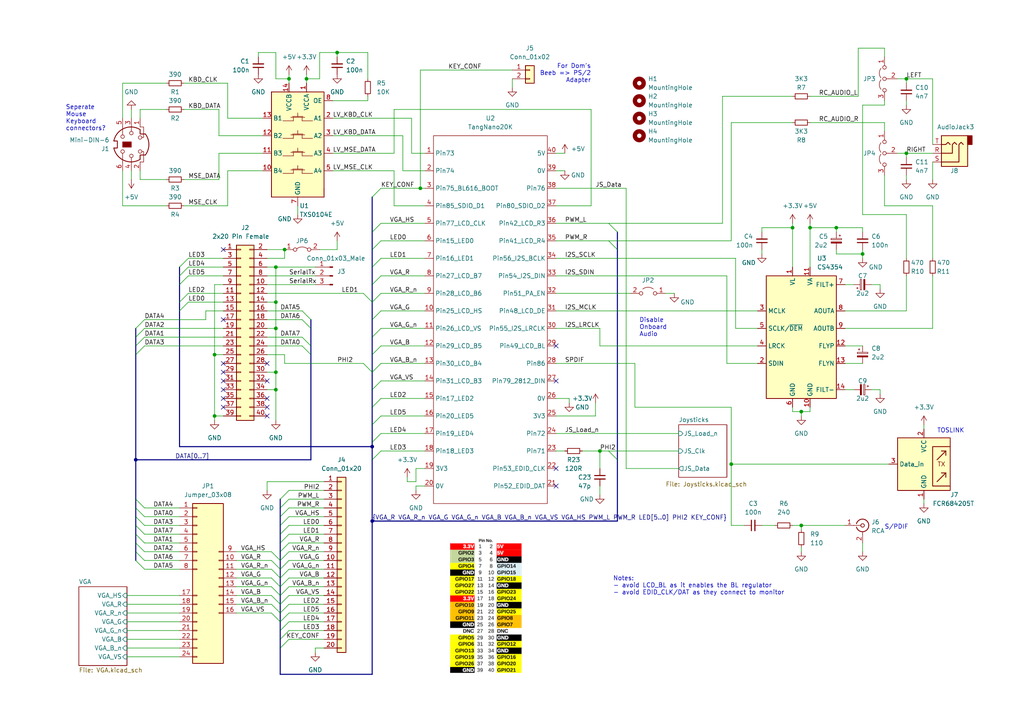
<source format=kicad_sch>
(kicad_sch (version 20211123) (generator eeschema)
  (paper "A4")
  (junction (at 80.01 87.63))
  (junction (at 80.01 77.47))
  (junction (at 62.23 102.87))
  (junction (at 39.37 133.35))
  (junction (at 232.41 152.4))
  (junction (at 88.9 22.86))
  (junction (at 229.87 66.04))
  (junction (at 83.82 22.86))
  (junction (at 62.23 120.65))
  (junction (at 212.09 134.62))
  (junction (at 82.55 72.39))
  (junction (at 80.01 107.95))
  (junction (at 242.57 66.04))
  (junction (at 121.92 54.61))
  (junction (at 80.01 95.25))
  (junction (at 232.41 119.38))
  (junction (at 262.89 22.86))
  (junction (at 250.19 73.66))
  (junction (at 173.99 130.81))
  (junction (at 107.95 151.13))
  (junction (at 262.89 44.45))
  (junction (at 234.95 66.04))
  (junction (at 80.01 113.03))
  (junction (at 97.79 15.24))
  (junction (at 107.95 129.54))
  (no_connect (at 64.77 115.57))
  (no_connect (at 77.47 105.41))
  (no_connect (at 161.29 140.97))
  (no_connect (at 77.47 118.11))
  (no_connect (at 77.47 120.65))
  (no_connect (at 64.77 118.11))
  (no_connect (at 64.77 110.49))
  (no_connect (at 64.77 107.95))
  (no_connect (at 64.77 72.39))
  (no_connect (at 161.29 110.49))
  (no_connect (at 161.29 135.89))
  (no_connect (at 161.29 100.33))
  (no_connect (at 77.47 110.49))
  (no_connect (at 64.77 92.71))
  (no_connect (at 64.77 113.03))
  (no_connect (at 77.47 115.57))
  (no_connect (at 64.77 105.41))
  (bus_entry (at 41.91 97.79) (size -2.54 2.54))
  (bus_entry (at 83.82 170.18) (size -2.54 2.54))
  (bus_entry (at 41.91 147.32) (size -2.54 -2.54))
  (bus_entry (at 83.82 157.48) (size -2.54 2.54))
  (bus_entry (at 41.91 92.71) (size -2.54 2.54))
  (bus_entry (at 176.53 69.85) (size 2.54 2.54))
  (bus_entry (at 110.49 85.09) (size -2.54 2.54))
  (bus_entry (at 110.49 64.77) (size -2.54 2.54))
  (bus_entry (at 78.74 177.8) (size 2.54 2.54))
  (bus_entry (at 78.74 170.18) (size 2.54 2.54))
  (bus_entry (at 83.82 172.72) (size -2.54 2.54))
  (bus_entry (at 176.53 64.77) (size 2.54 2.54))
  (bus_entry (at 110.49 125.73) (size -2.54 2.54))
  (bus_entry (at 83.82 160.02) (size -2.54 2.54))
  (bus_entry (at 41.91 152.4) (size -2.54 -2.54))
  (bus_entry (at 41.91 95.25) (size -2.54 2.54))
  (bus_entry (at 87.63 97.79) (size 2.54 2.54))
  (bus_entry (at 110.49 130.81) (size -2.54 2.54))
  (bus_entry (at 83.82 180.34) (size -2.54 2.54))
  (bus_entry (at 83.82 149.86) (size -2.54 2.54))
  (bus_entry (at 87.63 100.33) (size 2.54 2.54))
  (bus_entry (at 110.49 74.93) (size -2.54 2.54))
  (bus_entry (at 83.82 142.24) (size -2.54 2.54))
  (bus_entry (at 78.74 162.56) (size 2.54 2.54))
  (bus_entry (at 54.61 74.93) (size -2.54 2.54))
  (bus_entry (at 41.91 100.33) (size -2.54 2.54))
  (bus_entry (at 41.91 149.86) (size -2.54 -2.54))
  (bus_entry (at 78.74 175.26) (size 2.54 2.54))
  (bus_entry (at 83.82 167.64) (size -2.54 2.54))
  (bus_entry (at 41.91 162.56) (size -2.54 -2.54))
  (bus_entry (at 83.82 185.42) (size -2.54 2.54))
  (bus_entry (at 41.91 154.94) (size -2.54 -2.54))
  (bus_entry (at 110.49 80.01) (size -2.54 2.54))
  (bus_entry (at 78.74 167.64) (size 2.54 2.54))
  (bus_entry (at 110.49 105.41) (size -2.54 2.54))
  (bus_entry (at 110.49 110.49) (size -2.54 2.54))
  (bus_entry (at 83.82 182.88) (size -2.54 2.54))
  (bus_entry (at 87.63 90.17) (size 2.54 2.54))
  (bus_entry (at 176.53 130.81) (size 2.54 2.54))
  (bus_entry (at 83.82 144.78) (size -2.54 2.54))
  (bus_entry (at 41.91 165.1) (size -2.54 -2.54))
  (bus_entry (at 41.91 157.48) (size -2.54 -2.54))
  (bus_entry (at 105.41 105.41) (size 2.54 2.54))
  (bus_entry (at 83.82 152.4) (size -2.54 2.54))
  (bus_entry (at 54.61 77.47) (size -2.54 2.54))
  (bus_entry (at 83.82 165.1) (size -2.54 2.54))
  (bus_entry (at 83.82 162.56) (size -2.54 2.54))
  (bus_entry (at 54.61 87.63) (size -2.54 2.54))
  (bus_entry (at 87.63 92.71) (size 2.54 2.54))
  (bus_entry (at 110.49 54.61) (size -2.54 2.54))
  (bus_entry (at 54.61 85.09) (size -2.54 2.54))
  (bus_entry (at 78.74 160.02) (size 2.54 2.54))
  (bus_entry (at 83.82 177.8) (size -2.54 2.54))
  (bus_entry (at 54.61 80.01) (size -2.54 2.54))
  (bus_entry (at 83.82 154.94) (size -2.54 2.54))
  (bus_entry (at 110.49 90.17) (size -2.54 2.54))
  (bus_entry (at 110.49 95.25) (size -2.54 2.54))
  (bus_entry (at 83.82 175.26) (size -2.54 2.54))
  (bus_entry (at 83.82 147.32) (size -2.54 2.54))
  (bus_entry (at 78.74 165.1) (size 2.54 2.54))
  (bus_entry (at 105.41 85.09) (size 2.54 2.54))
  (bus_entry (at 78.74 172.72) (size 2.54 2.54))
  (bus_entry (at 110.49 100.33) (size -2.54 2.54))
  (bus_entry (at 110.49 115.57) (size -2.54 2.54))
  (bus_entry (at 110.49 120.65) (size -2.54 2.54))
  (bus_entry (at 110.49 69.85) (size -2.54 2.54))
  (bus_entry (at 41.91 160.02) (size -2.54 -2.54))
  (wire (pts (xy 41.91 97.79) (xy 64.77 97.79)))
  (wire (pts (xy 255.27 82.55) (xy 255.27 83.82)))
  (wire (pts (xy 97.79 15.24) (xy 106.68 15.24)))
  (wire (pts (xy 64.77 80.01) (xy 54.61 80.01)))
  (wire (pts (xy 256.54 30.48) (xy 256.54 29.21)))
  (wire (pts (xy 234.95 35.56) (xy 256.54 35.56)))
  (wire (pts (xy 219.71 100.33) (xy 173.99 100.33)))
  (wire (pts (xy 91.44 187.96) (xy 93.98 187.96)))
  (wire (pts (xy 36.83 180.34) (xy 52.07 180.34)))
  (wire (pts (xy 35.56 59.69) (xy 35.56 49.53)))
  (wire (pts (xy 181.61 54.61) (xy 181.61 135.89)))
  (wire (pts (xy 245.11 82.55) (xy 247.65 82.55)))
  (wire (pts (xy 68.58 167.64) (xy 78.74 167.64)))
  (wire (pts (xy 41.91 152.4) (xy 52.07 152.4)))
  (wire (pts (xy 41.91 162.56) (xy 52.07 162.56)))
  (wire (pts (xy 110.49 80.01) (xy 123.19 80.01)))
  (wire (pts (xy 213.36 95.25) (xy 219.71 95.25)))
  (wire (pts (xy 232.41 152.4) (xy 232.41 153.67)))
  (wire (pts (xy 66.04 34.29) (xy 76.2 34.29)))
  (wire (pts (xy 74.93 15.24) (xy 80.01 15.24)))
  (wire (pts (xy 161.29 54.61) (xy 181.61 54.61)))
  (wire (pts (xy 92.71 72.39) (xy 97.79 72.39)))
  (wire (pts (xy 234.95 66.04) (xy 234.95 77.47)))
  (wire (pts (xy 77.47 100.33) (xy 87.63 100.33)))
  (bus (pts (xy 81.28 175.26) (xy 81.28 177.8)))
  (bus (pts (xy 107.95 123.19) (xy 107.95 128.27)))
  (wire (pts (xy 35.56 24.13) (xy 48.26 24.13)))
  (wire (pts (xy 63.5 44.45) (xy 76.2 44.45)))
  (wire (pts (xy 64.77 82.55) (xy 62.23 82.55)))
  (wire (pts (xy 93.98 182.88) (xy 83.82 182.88)))
  (wire (pts (xy 110.49 69.85) (xy 123.19 69.85)))
  (wire (pts (xy 250.19 62.23) (xy 262.89 62.23)))
  (bus (pts (xy 81.28 195.58) (xy 107.95 195.58)))
  (bus (pts (xy 107.95 151.13) (xy 179.07 151.13)))
  (wire (pts (xy 256.54 16.51) (xy 256.54 13.97)))
  (wire (pts (xy 110.49 54.61) (xy 121.92 54.61)))
  (wire (pts (xy 212.09 35.56) (xy 229.87 35.56)))
  (bus (pts (xy 39.37 133.35) (xy 39.37 144.78)))
  (wire (pts (xy 121.92 20.32) (xy 148.59 20.32)))
  (wire (pts (xy 161.29 130.81) (xy 163.83 130.81)))
  (wire (pts (xy 267.97 144.78) (xy 267.97 146.05)))
  (wire (pts (xy 40.64 31.75) (xy 40.64 34.29)))
  (wire (pts (xy 148.59 22.86) (xy 148.59 25.4)))
  (bus (pts (xy 52.07 90.17) (xy 52.07 129.54)))
  (wire (pts (xy 93.98 177.8) (xy 83.82 177.8)))
  (wire (pts (xy 212.09 134.62) (xy 257.81 134.62)))
  (wire (pts (xy 40.64 31.75) (xy 48.26 31.75)))
  (wire (pts (xy 110.49 125.73) (xy 123.19 125.73)))
  (wire (pts (xy 41.91 147.32) (xy 52.07 147.32)))
  (wire (pts (xy 77.47 139.7) (xy 93.98 139.7)))
  (wire (pts (xy 161.29 49.53) (xy 163.83 49.53)))
  (wire (pts (xy 256.54 59.69) (xy 256.54 50.8)))
  (wire (pts (xy 93.98 185.42) (xy 83.82 185.42)))
  (wire (pts (xy 53.34 59.69) (xy 66.04 59.69)))
  (wire (pts (xy 245.11 100.33) (xy 250.19 100.33)))
  (bus (pts (xy 90.17 95.25) (xy 90.17 100.33)))
  (bus (pts (xy 107.95 67.31) (xy 107.95 72.39)))
  (wire (pts (xy 96.52 44.45) (xy 114.3 44.45)))
  (wire (pts (xy 96.52 29.21) (xy 106.68 29.21)))
  (wire (pts (xy 255.27 113.03) (xy 252.73 113.03)))
  (wire (pts (xy 260.35 22.86) (xy 262.89 22.86)))
  (wire (pts (xy 36.83 182.88) (xy 52.07 182.88)))
  (wire (pts (xy 220.98 66.04) (xy 220.98 67.31)))
  (wire (pts (xy 110.49 64.77) (xy 123.19 64.77)))
  (bus (pts (xy 39.37 157.48) (xy 39.37 160.02)))
  (wire (pts (xy 110.49 130.81) (xy 123.19 130.81)))
  (wire (pts (xy 93.98 160.02) (xy 83.82 160.02)))
  (wire (pts (xy 93.98 144.78) (xy 83.82 144.78)))
  (wire (pts (xy 83.82 21.59) (xy 83.82 22.86)))
  (wire (pts (xy 220.98 72.39) (xy 220.98 73.66)))
  (wire (pts (xy 88.9 21.59) (xy 88.9 22.86)))
  (wire (pts (xy 93.98 170.18) (xy 83.82 170.18)))
  (bus (pts (xy 81.28 144.78) (xy 81.28 147.32)))
  (wire (pts (xy 41.91 100.33) (xy 64.77 100.33)))
  (wire (pts (xy 36.83 185.42) (xy 52.07 185.42)))
  (wire (pts (xy 93.98 172.72) (xy 83.82 172.72)))
  (wire (pts (xy 176.53 64.77) (xy 209.55 64.77)))
  (wire (pts (xy 212.09 118.11) (xy 212.09 134.62)))
  (bus (pts (xy 107.95 77.47) (xy 107.95 82.55)))
  (wire (pts (xy 270.51 80.01) (xy 270.51 95.25)))
  (wire (pts (xy 93.98 152.4) (xy 83.82 152.4)))
  (bus (pts (xy 39.37 160.02) (xy 39.37 162.56)))
  (bus (pts (xy 90.17 92.71) (xy 90.17 95.25)))
  (bus (pts (xy 107.95 128.27) (xy 107.95 129.54)))
  (wire (pts (xy 245.11 95.25) (xy 270.51 95.25)))
  (wire (pts (xy 181.61 135.89) (xy 196.85 135.89)))
  (wire (pts (xy 171.45 59.69) (xy 161.29 59.69)))
  (wire (pts (xy 64.77 87.63) (xy 54.61 87.63)))
  (wire (pts (xy 165.1 115.57) (xy 165.1 116.84)))
  (wire (pts (xy 161.29 105.41) (xy 184.15 105.41)))
  (wire (pts (xy 77.47 77.47) (xy 80.01 77.47)))
  (wire (pts (xy 97.79 15.24) (xy 97.79 16.51)))
  (wire (pts (xy 209.55 64.77) (xy 209.55 27.94)))
  (bus (pts (xy 81.28 147.32) (xy 81.28 149.86)))
  (wire (pts (xy 91.44 189.23) (xy 91.44 187.96)))
  (wire (pts (xy 255.27 113.03) (xy 255.27 114.3)))
  (wire (pts (xy 262.89 62.23) (xy 262.89 74.93)))
  (wire (pts (xy 114.3 49.53) (xy 114.3 59.69)))
  (wire (pts (xy 118.11 139.7) (xy 120.65 139.7)))
  (wire (pts (xy 88.9 22.86) (xy 88.9 24.13)))
  (wire (pts (xy 66.04 49.53) (xy 66.04 59.69)))
  (wire (pts (xy 80.01 87.63) (xy 80.01 95.25)))
  (wire (pts (xy 41.91 154.94) (xy 52.07 154.94)))
  (bus (pts (xy 107.95 102.87) (xy 107.95 107.95)))
  (wire (pts (xy 63.5 44.45) (xy 63.5 52.07)))
  (bus (pts (xy 179.07 133.35) (xy 179.07 151.13)))
  (bus (pts (xy 81.28 157.48) (xy 81.28 160.02)))
  (wire (pts (xy 40.64 49.53) (xy 40.64 52.07)))
  (wire (pts (xy 96.52 49.53) (xy 114.3 49.53)))
  (wire (pts (xy 86.36 59.69) (xy 86.36 62.23)))
  (wire (pts (xy 232.41 119.38) (xy 234.95 119.38)))
  (wire (pts (xy 250.19 157.48) (xy 250.19 160.02)))
  (bus (pts (xy 39.37 144.78) (xy 39.37 147.32)))
  (bus (pts (xy 52.07 129.54) (xy 107.95 129.54)))
  (bus (pts (xy 107.95 129.54) (xy 107.95 133.35)))
  (wire (pts (xy 120.65 135.89) (xy 123.19 135.89)))
  (wire (pts (xy 110.49 115.57) (xy 123.19 115.57)))
  (wire (pts (xy 121.92 54.61) (xy 121.92 20.32)))
  (bus (pts (xy 81.28 180.34) (xy 81.28 182.88)))
  (wire (pts (xy 213.36 74.93) (xy 213.36 95.25)))
  (wire (pts (xy 110.49 74.93) (xy 123.19 74.93)))
  (wire (pts (xy 267.97 123.19) (xy 267.97 124.46)))
  (wire (pts (xy 62.23 102.87) (xy 62.23 120.65)))
  (wire (pts (xy 80.01 22.86) (xy 83.82 22.86)))
  (wire (pts (xy 106.68 29.21) (xy 106.68 27.94)))
  (bus (pts (xy 39.37 97.79) (xy 39.37 100.33)))
  (bus (pts (xy 107.95 107.95) (xy 107.95 113.03)))
  (wire (pts (xy 114.3 31.75) (xy 171.45 31.75)))
  (wire (pts (xy 262.89 22.86) (xy 262.89 24.13)))
  (wire (pts (xy 176.53 130.81) (xy 196.85 130.81)))
  (bus (pts (xy 107.95 87.63) (xy 107.95 92.71)))
  (wire (pts (xy 59.69 90.17) (xy 59.69 92.71)))
  (wire (pts (xy 161.29 85.09) (xy 182.88 85.09)))
  (bus (pts (xy 81.28 172.72) (xy 81.28 175.26)))
  (wire (pts (xy 120.65 140.97) (xy 123.19 140.97)))
  (wire (pts (xy 110.49 85.09) (xy 123.19 85.09)))
  (wire (pts (xy 118.11 139.7) (xy 118.11 138.43)))
  (wire (pts (xy 38.1 34.29) (xy 38.1 31.75)))
  (wire (pts (xy 62.23 120.65) (xy 64.77 120.65)))
  (wire (pts (xy 212.09 69.85) (xy 212.09 35.56)))
  (bus (pts (xy 107.95 92.71) (xy 107.95 97.79)))
  (wire (pts (xy 168.91 130.81) (xy 173.99 130.81)))
  (wire (pts (xy 64.77 85.09) (xy 54.61 85.09)))
  (bus (pts (xy 107.95 151.13) (xy 107.95 195.58)))
  (wire (pts (xy 245.11 113.03) (xy 247.65 113.03)))
  (wire (pts (xy 248.92 27.94) (xy 248.92 13.97)))
  (wire (pts (xy 110.49 95.25) (xy 123.19 95.25)))
  (wire (pts (xy 40.64 52.07) (xy 48.26 52.07)))
  (wire (pts (xy 173.99 100.33) (xy 173.99 95.25)))
  (wire (pts (xy 193.04 85.09) (xy 195.58 85.09)))
  (bus (pts (xy 39.37 102.87) (xy 39.37 133.35)))
  (bus (pts (xy 39.37 100.33) (xy 39.37 102.87)))
  (wire (pts (xy 171.45 31.75) (xy 171.45 59.69)))
  (wire (pts (xy 93.98 165.1) (xy 83.82 165.1)))
  (wire (pts (xy 114.3 31.75) (xy 114.3 44.45)))
  (wire (pts (xy 173.99 140.97) (xy 173.99 143.51)))
  (wire (pts (xy 250.19 67.31) (xy 250.19 66.04)))
  (wire (pts (xy 41.91 160.02) (xy 52.07 160.02)))
  (wire (pts (xy 41.91 165.1) (xy 52.07 165.1)))
  (wire (pts (xy 234.95 119.38) (xy 234.95 118.11)))
  (wire (pts (xy 116.84 49.53) (xy 123.19 49.53)))
  (wire (pts (xy 82.55 105.41) (xy 105.41 105.41)))
  (wire (pts (xy 93.98 167.64) (xy 83.82 167.64)))
  (wire (pts (xy 88.9 22.86) (xy 92.71 22.86)))
  (wire (pts (xy 229.87 64.77) (xy 229.87 66.04)))
  (wire (pts (xy 176.53 69.85) (xy 212.09 69.85)))
  (wire (pts (xy 80.01 107.95) (xy 80.01 113.03)))
  (wire (pts (xy 93.98 147.32) (xy 83.82 147.32)))
  (bus (pts (xy 52.07 80.01) (xy 52.07 82.55)))
  (wire (pts (xy 120.65 140.97) (xy 120.65 142.24)))
  (wire (pts (xy 161.29 95.25) (xy 173.99 95.25)))
  (wire (pts (xy 74.93 16.51) (xy 74.93 15.24)))
  (wire (pts (xy 123.19 54.61) (xy 121.92 54.61)))
  (wire (pts (xy 173.99 135.89) (xy 173.99 130.81)))
  (wire (pts (xy 212.09 152.4) (xy 215.9 152.4)))
  (wire (pts (xy 161.29 69.85) (xy 176.53 69.85)))
  (wire (pts (xy 262.89 44.45) (xy 260.35 44.45)))
  (bus (pts (xy 81.28 165.1) (xy 81.28 167.64)))
  (wire (pts (xy 184.15 118.11) (xy 212.09 118.11)))
  (wire (pts (xy 232.41 158.75) (xy 232.41 160.02)))
  (wire (pts (xy 93.98 149.86) (xy 83.82 149.86)))
  (wire (pts (xy 63.5 31.75) (xy 63.5 39.37)))
  (bus (pts (xy 81.28 182.88) (xy 81.28 185.42)))
  (wire (pts (xy 41.91 95.25) (xy 64.77 95.25)))
  (wire (pts (xy 184.15 105.41) (xy 184.15 118.11)))
  (bus (pts (xy 107.95 133.35) (xy 107.95 151.13)))
  (wire (pts (xy 250.19 30.48) (xy 250.19 62.23)))
  (wire (pts (xy 64.77 77.47) (xy 54.61 77.47)))
  (bus (pts (xy 107.95 82.55) (xy 107.95 87.63)))
  (wire (pts (xy 110.49 120.65) (xy 123.19 120.65)))
  (wire (pts (xy 80.01 113.03) (xy 77.47 113.03)))
  (bus (pts (xy 81.28 149.86) (xy 81.28 152.4)))
  (wire (pts (xy 212.09 134.62) (xy 212.09 152.4)))
  (wire (pts (xy 77.47 90.17) (xy 87.63 90.17)))
  (wire (pts (xy 210.82 80.01) (xy 210.82 105.41)))
  (wire (pts (xy 35.56 59.69) (xy 48.26 59.69)))
  (wire (pts (xy 77.47 74.93) (xy 82.55 74.93)))
  (wire (pts (xy 110.49 90.17) (xy 123.19 90.17)))
  (wire (pts (xy 77.47 85.09) (xy 105.41 85.09)))
  (wire (pts (xy 77.47 139.7) (xy 77.47 142.24)))
  (bus (pts (xy 107.95 72.39) (xy 107.95 77.47)))
  (bus (pts (xy 81.28 160.02) (xy 81.28 162.56)))
  (wire (pts (xy 77.47 97.79) (xy 87.63 97.79)))
  (bus (pts (xy 81.28 170.18) (xy 81.28 172.72)))
  (wire (pts (xy 53.34 52.07) (xy 63.5 52.07)))
  (wire (pts (xy 93.98 180.34) (xy 83.82 180.34)))
  (wire (pts (xy 66.04 24.13) (xy 66.04 34.29)))
  (wire (pts (xy 250.19 73.66) (xy 250.19 74.93)))
  (wire (pts (xy 161.29 74.93) (xy 213.36 74.93)))
  (wire (pts (xy 106.68 15.24) (xy 106.68 22.86)))
  (wire (pts (xy 161.29 120.65) (xy 172.72 120.65)))
  (wire (pts (xy 250.19 72.39) (xy 250.19 73.66)))
  (wire (pts (xy 62.23 120.65) (xy 62.23 121.92)))
  (wire (pts (xy 234.95 64.77) (xy 234.95 66.04)))
  (wire (pts (xy 245.11 105.41) (xy 250.19 105.41)))
  (bus (pts (xy 81.28 152.4) (xy 81.28 154.94)))
  (bus (pts (xy 39.37 152.4) (xy 39.37 154.94)))
  (wire (pts (xy 229.87 119.38) (xy 232.41 119.38)))
  (wire (pts (xy 35.56 34.29) (xy 35.56 24.13)))
  (wire (pts (xy 77.47 107.95) (xy 80.01 107.95)))
  (bus (pts (xy 52.07 77.47) (xy 52.07 80.01)))
  (wire (pts (xy 234.95 27.94) (xy 248.92 27.94)))
  (wire (pts (xy 68.58 177.8) (xy 78.74 177.8)))
  (wire (pts (xy 232.41 119.38) (xy 232.41 120.65)))
  (wire (pts (xy 248.92 13.97) (xy 256.54 13.97)))
  (wire (pts (xy 36.83 175.26) (xy 52.07 175.26)))
  (wire (pts (xy 116.84 39.37) (xy 116.84 49.53)))
  (bus (pts (xy 52.07 87.63) (xy 52.07 90.17)))
  (wire (pts (xy 93.98 157.48) (xy 83.82 157.48)))
  (wire (pts (xy 82.55 102.87) (xy 82.55 105.41)))
  (wire (pts (xy 77.47 102.87) (xy 82.55 102.87)))
  (wire (pts (xy 36.83 172.72) (xy 52.07 172.72)))
  (wire (pts (xy 41.91 157.48) (xy 52.07 157.48)))
  (wire (pts (xy 173.99 130.81) (xy 176.53 130.81)))
  (bus (pts (xy 107.95 118.11) (xy 107.95 123.19)))
  (bus (pts (xy 39.37 149.86) (xy 39.37 152.4)))
  (wire (pts (xy 119.38 34.29) (xy 96.52 34.29)))
  (bus (pts (xy 81.28 167.64) (xy 81.28 170.18)))
  (bus (pts (xy 81.28 185.42) (xy 81.28 187.96)))
  (wire (pts (xy 64.77 90.17) (xy 59.69 90.17)))
  (wire (pts (xy 80.01 15.24) (xy 80.01 22.86)))
  (wire (pts (xy 77.47 87.63) (xy 80.01 87.63)))
  (wire (pts (xy 210.82 105.41) (xy 219.71 105.41)))
  (bus (pts (xy 179.07 72.39) (xy 179.07 133.35)))
  (wire (pts (xy 77.47 92.71) (xy 87.63 92.71)))
  (wire (pts (xy 161.29 44.45) (xy 163.83 44.45)))
  (wire (pts (xy 234.95 66.04) (xy 242.57 66.04)))
  (bus (pts (xy 81.28 162.56) (xy 81.28 165.1)))
  (wire (pts (xy 53.34 24.13) (xy 66.04 24.13)))
  (wire (pts (xy 120.65 139.7) (xy 120.65 135.89)))
  (wire (pts (xy 242.57 66.04) (xy 242.57 67.31)))
  (wire (pts (xy 229.87 118.11) (xy 229.87 119.38)))
  (wire (pts (xy 77.47 95.25) (xy 80.01 95.25)))
  (wire (pts (xy 242.57 72.39) (xy 242.57 73.66)))
  (wire (pts (xy 256.54 38.1) (xy 256.54 35.56)))
  (wire (pts (xy 36.83 177.8) (xy 52.07 177.8)))
  (wire (pts (xy 83.82 22.86) (xy 83.82 24.13)))
  (bus (pts (xy 179.07 67.31) (xy 179.07 72.39)))
  (wire (pts (xy 270.51 41.91) (xy 270.51 22.86)))
  (wire (pts (xy 270.51 46.99) (xy 270.51 52.07)))
  (wire (pts (xy 232.41 152.4) (xy 245.11 152.4)))
  (wire (pts (xy 110.49 110.49) (xy 123.19 110.49)))
  (wire (pts (xy 66.04 49.53) (xy 76.2 49.53)))
  (bus (pts (xy 107.95 97.79) (xy 107.95 102.87)))
  (wire (pts (xy 110.49 105.41) (xy 123.19 105.41)))
  (bus (pts (xy 90.17 100.33) (xy 90.17 102.87)))
  (wire (pts (xy 93.98 154.94) (xy 83.82 154.94)))
  (wire (pts (xy 68.58 162.56) (xy 78.74 162.56)))
  (wire (pts (xy 63.5 39.37) (xy 76.2 39.37)))
  (wire (pts (xy 64.77 74.93) (xy 54.61 74.93)))
  (wire (pts (xy 110.49 100.33) (xy 123.19 100.33)))
  (wire (pts (xy 41.91 92.71) (xy 59.69 92.71)))
  (wire (pts (xy 93.98 142.24) (xy 83.82 142.24)))
  (wire (pts (xy 161.29 64.77) (xy 176.53 64.77)))
  (wire (pts (xy 77.47 82.55) (xy 91.44 82.55)))
  (wire (pts (xy 68.58 160.02) (xy 78.74 160.02)))
  (wire (pts (xy 68.58 170.18) (xy 78.74 170.18)))
  (wire (pts (xy 38.1 52.07) (xy 38.1 49.53)))
  (wire (pts (xy 220.98 152.4) (xy 224.79 152.4)))
  (wire (pts (xy 229.87 152.4) (xy 232.41 152.4)))
  (wire (pts (xy 92.71 15.24) (xy 97.79 15.24)))
  (bus (pts (xy 81.28 154.94) (xy 81.28 157.48)))
  (wire (pts (xy 119.38 34.29) (xy 119.38 44.45)))
  (wire (pts (xy 80.01 113.03) (xy 80.01 121.92)))
  (wire (pts (xy 262.89 80.01) (xy 262.89 90.17)))
  (bus (pts (xy 107.95 113.03) (xy 107.95 118.11)))
  (wire (pts (xy 36.83 187.96) (xy 52.07 187.96)))
  (wire (pts (xy 97.79 72.39) (xy 97.79 69.85)))
  (wire (pts (xy 92.71 22.86) (xy 92.71 15.24)))
  (wire (pts (xy 53.34 31.75) (xy 63.5 31.75)))
  (wire (pts (xy 172.72 116.84) (xy 172.72 120.65)))
  (wire (pts (xy 62.23 102.87) (xy 64.77 102.87)))
  (wire (pts (xy 229.87 66.04) (xy 220.98 66.04)))
  (wire (pts (xy 270.51 59.69) (xy 256.54 59.69)))
  (wire (pts (xy 36.83 190.5) (xy 52.07 190.5)))
  (wire (pts (xy 209.55 27.94) (xy 229.87 27.94)))
  (wire (pts (xy 114.3 59.69) (xy 123.19 59.69)))
  (bus (pts (xy 39.37 147.32) (xy 39.37 149.86)))
  (bus (pts (xy 81.28 177.8) (xy 81.28 180.34)))
  (wire (pts (xy 262.89 44.45) (xy 270.51 44.45)))
  (bus (pts (xy 81.28 187.96) (xy 81.28 195.58)))
  (wire (pts (xy 62.23 82.55) (xy 62.23 102.87)))
  (wire (pts (xy 161.29 115.57) (xy 165.1 115.57)))
  (bus (pts (xy 39.37 95.25) (xy 39.37 97.79)))
  (wire (pts (xy 77.47 72.39) (xy 82.55 72.39)))
  (wire (pts (xy 262.89 22.86) (xy 270.51 22.86)))
  (wire (pts (xy 93.98 175.26) (xy 83.82 175.26)))
  (wire (pts (xy 229.87 66.04) (xy 229.87 77.47)))
  (wire (pts (xy 270.51 74.93) (xy 270.51 59.69)))
  (wire (pts (xy 262.89 44.45) (xy 262.89 45.72)))
  (wire (pts (xy 68.58 165.1) (xy 78.74 165.1)))
  (wire (pts (xy 82.55 72.39) (xy 82.55 74.93)))
  (wire (pts (xy 250.19 66.04) (xy 242.57 66.04)))
  (bus (pts (xy 39.37 154.94) (xy 39.37 157.48)))
  (wire (pts (xy 245.11 90.17) (xy 262.89 90.17)))
  (bus (pts (xy 90.17 102.87) (xy 90.17 133.35)))
  (wire (pts (xy 161.29 125.73) (xy 196.85 125.73)))
  (wire (pts (xy 80.01 95.25) (xy 80.01 107.95)))
  (wire (pts (xy 93.98 162.56) (xy 83.82 162.56)))
  (bus (pts (xy 52.07 82.55) (xy 52.07 87.63)))
  (wire (pts (xy 80.01 77.47) (xy 80.01 87.63)))
  (wire (pts (xy 262.89 50.8) (xy 262.89 52.07)))
  (wire (pts (xy 262.89 29.21) (xy 262.89 30.48)))
  (wire (pts (xy 41.91 149.86) (xy 52.07 149.86)))
  (wire (pts (xy 80.01 77.47) (xy 91.44 77.47)))
  (wire (pts (xy 252.73 82.55) (xy 255.27 82.55)))
  (bus (pts (xy 107.95 57.15) (xy 107.95 67.31)))
  (wire (pts (xy 68.58 175.26) (xy 78.74 175.26)))
  (wire (pts (xy 161.29 90.17) (xy 219.71 90.17)))
  (wire (pts (xy 242.57 73.66) (xy 250.19 73.66)))
  (wire (pts (xy 250.19 30.48) (xy 256.54 30.48)))
  (wire (pts (xy 96.52 39.37) (xy 116.84 39.37)))
  (wire (pts (xy 77.47 80.01) (xy 91.44 80.01)))
  (wire (pts (xy 119.38 44.45) (xy 123.19 44.45)))
  (bus (pts (xy 90.17 133.35) (xy 39.37 133.35)))
  (wire (pts (xy 68.58 172.72) (xy 78.74 172.72)))
  (wire (pts (xy 161.29 80.01) (xy 210.82 80.01)))
  (image (at 140.97 175.26))
  (text "Seperate\nMouse\nKeyboard\nconnectors?" (at 19.05 38.1 0) (effects (font (size 1.27 1.27)) (justify left bottom)))
  (text "TOSLINK" (at 271.78 125.73 0) (effects (font (size 1.27 1.27)) (justify left bottom)))
  (text "S/PDIF" (at 256.54 153.67 0) (effects (font (size 1.27 1.27)) (justify left bottom)))
  (text "Notes:\n- avoid LCD_BL as it enables the BL regulator\n- avoid EDID_CLK/DAT as they connect to monitor" (at 177.8 172.72 0) (effects (font (size 1.27 1.27)) (justify left bottom)))
  (text "For Dom's\nBeeb => PS/2\nAdapter" (at 171.45 24.13 180) (effects (font (size 1.27 1.27)) (justify right bottom)))
  (text "Disable\nOnboard\nAudio\n" (at 185.42 97.79 0) (effects (font (size 1.27 1.27)) (justify left bottom)))
  (label "KBD_CLK" (at 54.61 24.13 0))
  (label "KBD_DATA" (at 54.61 31.75 0))
  (label "LED5" (at 113.03 120.65 0))
  (label "LV_MSE_CLK" (at 96.52 49.53 0))
  (label "LED4" (at 54.61 77.47 0))
  (label "VGA_HS" (at 113.03 64.77 0))
  (label "PWM_R" (at 92.71 147.32 180))
  (label "DATA4" (at 41.91 92.71 0))
  (label "LED3" (at 92.71 182.88 180))
  (label "{VGA_R VGA_R_n VGA_G VGA_G_n VGA_B VGA_B_n VGA_VS VGA_HS PWM_L PWM_R LED[5..0] PHI2 KEY_CONF}" (at 107.95 151.13 0))
  (label "VGA_B_n" (at 113.03 105.41 0))
  (label "VGA_R" (at 69.85 162.56 0))
  (label "PWM_L" (at 163.83 64.77 0))
  (label "DATA6" (at 81.28 92.71 0))
  (label "VGA_G" (at 92.71 162.56 180))
  (label "LED2" (at 54.61 85.09 0))
  (label "VGA_R_n" (at 69.85 165.1 0))
  (label "JS_Load_n" (at 163.83 125.73 0))
  (label "MSE_DATA" (at 54.61 52.07 0))
  (label "SerialRx" (at 83.82 82.55 0))
  (label "RIGHT" (at 262.89 44.45 0))
  (label "DATA1" (at 41.91 97.79 0))
  (label "LED1" (at 113.03 74.93 0))
  (label "DATA2" (at 41.91 95.25 0))
  (label "VGA_B" (at 69.85 172.72 0))
  (label "LED1" (at 99.06 85.09 0))
  (label "DATA0" (at 44.45 149.86 0))
  (label "DATA4" (at 44.45 147.32 0))
  (label "LEFT" (at 262.89 22.86 0))
  (label "VGA_VS" (at 92.71 172.72 180))
  (label "I2S_LRCLK" (at 163.83 95.25 0))
  (label "VGA_R_n" (at 113.03 85.09 0))
  (label "DATA7" (at 81.28 97.79 0))
  (label "LED2" (at 92.71 175.26 180))
  (label "LV_MSE_DATA" (at 96.52 44.45 0))
  (label "VGA_HS" (at 92.71 149.86 180))
  (label "VGA_B" (at 113.03 100.33 0))
  (label "DATA3" (at 44.45 152.4 0))
  (label "LV_KBD_CLK" (at 96.52 34.29 0))
  (label "DATA6" (at 44.45 162.56 0))
  (label "LV_KBD_DATA" (at 96.52 39.37 0))
  (label "LED1" (at 92.71 154.94 180))
  (label "DATA3" (at 41.91 100.33 0))
  (label "VGA_VS" (at 69.85 177.8 0))
  (label "PHI2" (at 92.71 142.24 180))
  (label "LED3" (at 54.61 74.93 0))
  (label "VGA_G_n" (at 92.71 165.1 180))
  (label "MSE_CLK" (at 54.61 59.69 0))
  (label "PWM_R" (at 163.83 69.85 0))
  (label "I2S_SCLK" (at 163.83 74.93 0))
  (label "VGA_B_n" (at 69.85 175.26 0))
  (label "DATA2" (at 44.45 160.02 0))
  (label "VGA_R_n" (at 92.71 160.02 180))
  (label "DATA0" (at 81.28 100.33 0))
  (label "DATA5" (at 81.28 90.17 0))
  (label "KEY_CONF" (at 92.71 185.42 180))
  (label "RC_AUDIO_R" (at 237.49 35.56 0))
  (label "VGA_R" (at 92.71 157.48 180))
  (label "SerialTx" (at 83.82 80.01 0))
  (label "LED0" (at 113.03 69.85 0))
  (label "VGA_G" (at 113.03 90.17 0))
  (label "VGA_B_n" (at 92.71 170.18 180))
  (label "LED4" (at 113.03 125.73 0))
  (label "VGA_G" (at 69.85 167.64 0))
  (label "LED5" (at 54.61 80.01 0))
  (label "LED2" (at 113.03 115.57 0))
  (label "DATA5" (at 44.45 165.1 0))
  (label "LED0" (at 54.61 87.63 0))
  (label "SPDIF" (at 163.83 105.41 0))
  (label "VGA_B" (at 92.71 167.64 180))
  (label "VGA_R" (at 113.03 80.01 0))
  (label "LED3" (at 113.03 130.81 0))
  (label "LED5" (at 92.71 177.8 180))
  (label "KEY_CONF" (at 139.7 20.32 180))
  (label "PHI2" (at 97.79 105.41 0))
  (label "PWM_L" (at 92.71 144.78 180))
  (label "RC_AUDIO_L" (at 237.49 27.94 0))
  (label "VGA_HS" (at 69.85 160.02 0))
  (label "I2S_MCLK" (at 163.83 90.17 0))
  (label "LED0" (at 92.71 152.4 180))
  (label "LED4" (at 92.71 180.34 180))
  (label "KEY_CONF" (at 110.49 54.61 0))
  (label "DATA[0..7]" (at 50.8 133.35 0))
  (label "JS_Data" (at 172.72 54.61 0))
  (label "VGA_G_n" (at 113.03 95.25 0))
  (label "VGA_G_n" (at 69.85 170.18 0))
  (label "PHI2" (at 173.99 130.81 0))
  (label "I2S_SDIN" (at 163.83 80.01 0))
  (label "DATA7" (at 44.45 154.94 0))
  (label "DATA1" (at 44.45 157.48 0))
  (label "VGA_VS" (at 113.03 110.49 0))
  (symbol (lib_id "Device:R_Small") (at 106.68 25.4 0) (unit 1)
    (property "Reference" "R5" (at 109.22 24.1299 0) (effects (justify left)))
    (property "Value" "10K" (at 109.22 26.6699 0) (effects (justify left)))
    (property "Footprint" "Resistor_SMD:R_1206_3216Metric_Pad1.30x1.75mm_HandSolder" (effects hide))
  )
  (symbol (lib_id "Device:C_Polarized_Small") (at 242.57 69.85 0) (mirror y) (unit 1)
    (property "Reference" "C5" (at 237.49 68.58 0) (effects (justify right)))
    (property "Value" "2u2" (at 236.22 71.12 0) (effects (justify right)))
    (property "Footprint" "Capacitor_SMD:C_1206_3216Metric_Pad1.33x1.80mm_HandSolder" (effects hide))
  )
  (symbol (lib_id "power:GND") (at 195.58 85.09 0) (unit 1)
    (property "Reference" "#PWR020" (effects hide))
    (property "Value" "GND" (at 199.39 87.63 0))
  )
  (symbol (lib_id "Device:R_Small") (at 232.41 35.56 270) (unit 1)
    (property "Reference" "R8" (at 232.41 40.64 90))
    (property "Value" "3K3" (at 232.41 38.1 90))
    (property "Footprint" "Resistor_SMD:R_1206_3216Metric_Pad1.30x1.75mm_HandSolder" (effects hide))
  )
  (symbol (lib_id "Device:C_Polarized_Small") (at 250.19 82.55 90) (unit 1)
    (property "Reference" "C7" (at 250.19 80.01 90))
    (property "Value" "2u2" (at 250.19 85.09 90))
    (property "Footprint" "Capacitor_SMD:C_1206_3216Metric_Pad1.33x1.80mm_HandSolder" (effects hide))
  )
  (symbol (lib_id "Device:C_Small") (at 173.99 138.43 0) (unit 1)
    (property "Reference" "C23" (at 167.64 138.43 0) (effects (justify left)))
    (property "Value" "47p" (at 167.64 140.97 0) (effects (justify left)))
    (property "Footprint" "Capacitor_SMD:C_1206_3216Metric_Pad1.33x1.80mm_HandSolder" (effects hide))
  )
  (symbol (lib_id "Device:C_Small") (at 74.93 19.05 0) (mirror x) (unit 1)
    (property "Reference" "C1" (at 72.39 17.7735 0) (effects (justify right)))
    (property "Value" "100n" (at 72.39 20.3135 0) (effects (justify right)))
    (property "Footprint" "Capacitor_SMD:C_1206_3216Metric_Pad1.33x1.80mm_HandSolder" (effects hide))
  )
  (symbol (lib_id "power:GND") (at 97.79 21.59 0) (mirror y) (unit 1)
    (property "Reference" "#PWR012" (effects hide))
    (property "Value" "GND" (at 97.79 26.67 0))
  )
  (symbol (lib_id "Device:R_Small") (at 166.37 130.81 90) (unit 1)
    (property "Reference" "R23" (at 166.37 133.35 90))
    (property "Value" "120R" (at 166.37 135.89 90))
    (property "Footprint" "Resistor_SMD:R_1206_3216Metric_Pad1.30x1.75mm_HandSolder" (effects hide))
  )
  (symbol (lib_id "power:GND") (at 232.41 120.65 0) (unit 1)
    (property "Reference" "#PWR023" (effects hide))
    (property "Value" "GND" (at 232.41 125.73 0))
  )
  (symbol (lib_id "power:GND") (at 120.65 142.24 0) (unit 1)
    (property "Reference" "#PWR014" (effects hide))
    (property "Value" "GND" (at 120.65 147.32 0))
  )
  (symbol (lib_id "power:+5V") (at 234.95 64.77 0) (unit 1)
    (property "Reference" "#PWR025" (effects hide))
    (property "Value" "+5V" (at 234.95 59.69 0))
  )
  (symbol (lib_id "Mechanical:MountingHole") (at 185.42 39.37 0) (unit 1)
    (property "Reference" "H4" (at 187.96 38.0999 0) (effects (justify left)))
    (property "Value" "MountingHole" (at 187.96 40.6399 0) (effects (justify left)))
    (property "Footprint" "TangNano20k:MountingHole_3.2mm_M3" (effects hide))
  )
  (symbol (lib_id "Device:C_Small") (at 220.98 69.85 0) (mirror x) (unit 1)
    (property "Reference" "C4" (at 218.44 68.5735 0) (effects (justify right)))
    (property "Value" "100n" (at 218.44 71.1135 0) (effects (justify right)))
    (property "Footprint" "Capacitor_SMD:C_1206_3216Metric_Pad1.33x1.80mm_HandSolder" (effects hide))
  )
  (symbol (lib_id "Device:R_Small") (at 227.33 152.4 90) (unit 1)
    (property "Reference" "R6" (at 227.33 146.05 90))
    (property "Value" "240" (at 227.33 148.59 90))
    (property "Footprint" "Resistor_SMD:R_1206_3216Metric_Pad1.30x1.75mm_HandSolder" (effects hide))
  )
  (symbol (lib_id "power:+3.3V") (at 118.11 138.43 0) (unit 1)
    (property "Reference" "#PWR013" (effects hide))
    (property "Value" "+3.3V" (at 118.11 133.35 0))
  )
  (symbol (lib_id "power:+5V") (at 38.1 52.07 0) (mirror x) (unit 1)
    (property "Reference" "#PWR02" (effects hide))
    (property "Value" "+5V" (at 38.1 57.15 0))
  )
  (symbol (lib_id "TangNano20k:CS4354") (at 232.41 99.06 0) (unit 1)
    (property "Reference" "U3" (at 236.9694 74.93 0) (effects (justify left)))
    (property "Value" "CS4354" (at 236.9694 77.47 0) (effects (justify left)))
    (property "Footprint" "Package_SO:SOIC-14_3.9x8.7mm_P1.27mm" (effects hide))
    (property "Datasheet" "https://statics.cirrus.com/pubs/proDatasheet/CS4334-5-8-9_F7.pdf" (effects hide))
  )
  (symbol (lib_id "power:GND") (at 80.01 121.92 0) (unit 1)
    (property "Reference" "#PWR05" (effects hide))
    (property "Value" "GND" (at 80.01 127 0))
  )
  (symbol (lib_id "Mechanical:MountingHole") (at 185.42 24.13 0) (unit 1)
    (property "Reference" "H1" (at 187.96 22.8599 0) (effects (justify left)))
    (property "Value" "MountingHole" (at 187.96 25.3999 0) (effects (justify left)))
    (property "Footprint" "TangNano20k:MountingHole_3.2mm_M3" (effects hide))
  )
  (symbol (lib_id "Connector:AudioJack3") (at 275.59 44.45 180) (unit 1)
    (property "Reference" "J8" (at 275.59 49.53 0) (effects (justify right)))
    (property "Value" "AudioJack3" (at 271.78 36.83 0) (effects (justify right)))
    (property "Footprint" "TangNano20k:Jack_3.5mm_CUI_SJ1-3523N_Horizontal" (effects hide))
  )
  (symbol (lib_id "power:GND") (at 250.19 160.02 0) (unit 1)
    (property "Reference" "#PWR027" (effects hide))
    (property "Value" "GND" (at 250.19 165.1 0))
  )
  (symbol (lib_id "Device:R_Small") (at 50.8 24.13 90) (mirror x) (unit 1)
    (property "Reference" "R1" (at 50.8 26.67 90))
    (property "Value" "390" (at 50.8 21.59 90))
    (property "Footprint" "Resistor_SMD:R_1206_3216Metric_Pad1.30x1.75mm_HandSolder" (effects hide))
  )
  (symbol (lib_id "power:+5V") (at 83.82 21.59 0) (unit 1)
    (property "Reference" "#PWR07" (effects hide))
    (property "Value" "+5V" (at 83.82 16.51 0))
  )
  (symbol (lib_id "power:GND") (at 250.19 74.93 0) (unit 1)
    (property "Reference" "#PWR026" (effects hide))
    (property "Value" "GND" (at 254 77.47 0))
  )
  (symbol (lib_id "power:+5V") (at 97.79 69.85 0) (unit 1)
    (property "Reference" "#PWR06" (effects hide))
    (property "Value" "+5V" (at 97.79 64.77 0))
  )
  (symbol (lib_id "Jumper:Jumper_3_Open") (at 256.54 22.86 90) (mirror x) (unit 1)
    (property "Reference" "JP3" (at 254 22.8601 90) (effects (justify left)))
    (property "Value" "Jumper_3_Open" (effects hide))
    (property "Footprint" "Connector_PinHeader_2.54mm:PinHeader_1x03_P2.54mm_Vertical" (effects hide))
  )
  (symbol (lib_id "Device:R_Small") (at 50.8 59.69 90) (mirror x) (unit 1)
    (property "Reference" "R4" (at 50.8 62.23 90))
    (property "Value" "390" (at 50.8 57.15 90))
    (property "Footprint" "Resistor_SMD:R_1206_3216Metric_Pad1.30x1.75mm_HandSolder" (effects hide))
  )
  (symbol (lib_id "power:GND") (at 262.89 30.48 0) (unit 1)
    (property "Reference" "#PWR030" (effects hide))
    (property "Value" "GND" (at 262.89 35.56 0))
  )
  (symbol (lib_id "Device:R_Small") (at 232.41 156.21 180) (unit 1)
    (property "Reference" "R9" (at 234.95 154.9399 0) (effects (justify right)))
    (property "Value" "110" (at 234.95 157.4799 0) (effects (justify right)))
    (property "Footprint" "Resistor_SMD:R_1206_3216Metric_Pad1.30x1.75mm_HandSolder" (effects hide))
  )
  (symbol (lib_id "Connector:Conn_01x03_Male") (at 96.52 80.01 0) (mirror y) (unit 1)
    (property "Reference" "J3" (at 97.79 78.7399 0) (effects (justify right)))
    (property "Value" "Conn_01x03_Male" (at 88.9 74.93 0) (effects (justify right)))
    (property "Footprint" "Connector_PinHeader_2.54mm:PinHeader_1x03_P2.54mm_Vertical" (effects hide))
  )
  (symbol (lib_id "power:GND") (at 173.99 143.51 0) (unit 1)
    (property "Reference" "#PWR0101" (effects hide))
    (property "Value" "GND" (at 170.18 144.78 0))
  )
  (symbol (lib_id "Mechanical:MountingHole") (at 185.42 34.29 0) (unit 1)
    (property "Reference" "H3" (at 187.96 33.0199 0) (effects (justify left)))
    (property "Value" "MountingHole" (at 187.96 35.5599 0) (effects (justify left)))
    (property "Footprint" "TangNano20k:MountingHole_3.2mm_M3" (effects hide))
  )
  (symbol (lib_id "Connector_Generic:Conn_02x20_Odd_Even") (at 69.85 95.25 0) (unit 1)
    (property "Reference" "J2" (at 71.12 66.04 0))
    (property "Value" "2x20 Pin Female" (at 69.85 68.58 0))
    (property "Footprint" "TangNano20k:Raspberry_Pi_Zero_Socketed_THT_FaceDown_MountingHoles" (effects hide))
  )
  (symbol (lib_id "power:+5V") (at 163.83 44.45 0) (mirror y) (unit 1)
    (property "Reference" "#PWR016" (effects hide))
    (property "Value" "+5V" (at 167.64 43.18 0))
  )
  (symbol (lib_id "Connector_Generic:Conn_01x02") (at 153.67 20.32 0) (unit 1)
    (property "Reference" "J5" (at 153.67 13.97 0))
    (property "Value" "Conn_01x02" (at 153.67 16.51 0))
    (property "Footprint" "Connector_PinHeader_2.54mm:PinHeader_1x02_P2.54mm_Vertical" (effects hide))
  )
  (symbol (lib_id "power:GND") (at 262.89 52.07 0) (unit 1)
    (property "Reference" "#PWR031" (effects hide))
    (property "Value" "GND" (at 262.89 57.15 0))
  )
  (symbol (lib_id "power:GND") (at 38.1 31.75 0) (mirror x) (unit 1)
    (property "Reference" "#PWR01" (effects hide))
    (property "Value" "GND" (at 38.1 26.67 0))
  )
  (symbol (lib_id "Connector_Generic:Conn_01x20") (at 99.06 162.56 0) (unit 1)
    (property "Reference" "J4" (at 99.06 133.35 0))
    (property "Value" "Conn_01x20" (at 99.06 135.89 0))
    (property "Footprint" "Connector_PinHeader_2.54mm:PinHeader_1x20_P2.54mm_Vertical" (effects hide))
  )
  (symbol (lib_id "Device:C_Small") (at 250.19 69.85 180) (unit 1)
    (property "Reference" "C6" (at 252.73 68.5735 0) (effects (justify right)))
    (property "Value" "100n" (at 252.73 71.1135 0) (effects (justify right)))
    (property "Footprint" "Capacitor_SMD:C_1206_3216Metric_Pad1.33x1.80mm_HandSolder" (effects hide))
  )
  (symbol (lib_id "Connector:Mini-DIN-6") (at 38.1 41.91 90) (unit 1)
    (property "Reference" "J1" (at 31.75 43.1624 90) (effects (justify left)))
    (property "Value" "Mini-DIN-6" (at 31.75 40.6224 90) (effects (justify left)))
    (property "Footprint" "TangNano20k:minidin6" (effects hide))
    (property "Datasheet" "http://service.powerdynamics.com/ec/Catalog17/Section%2011.pdf" (effects hide))
  )
  (symbol (lib_id "Device:R_Small") (at 270.51 77.47 0) (unit 1)
    (property "Reference" "R11" (at 275.59 78.74 0) (effects (justify right)))
    (property "Value" "470" (at 275.59 76.2 0) (effects (justify right)))
    (property "Footprint" "Resistor_SMD:R_1206_3216Metric_Pad1.30x1.75mm_HandSolder" (effects hide))
  )
  (symbol (lib_id "TangNano20k:TXS0104E") (at 86.36 41.91 0) (mirror y) (unit 1)
    (property "Reference" "U1" (at 86.8806 59.69 0) (effects (justify right)))
    (property "Value" "TXS0104E" (at 86.8806 62.23 0) (effects (justify right)))
    (property "Footprint" "Package_SO:SOIC-14_3.9x8.7mm_P1.27mm" (effects hide))
    (property "Datasheet" "http://www.ti.com/lit/ds/symlink/txs0104e.pdf" (effects hide))
  )
  (symbol (lib_id "Device:R_Small") (at 50.8 52.07 90) (mirror x) (unit 1)
    (property "Reference" "R3" (at 50.8 54.61 90))
    (property "Value" "390" (at 50.8 49.53 90))
    (property "Footprint" "Resistor_SMD:R_1206_3216Metric_Pad1.30x1.75mm_HandSolder" (effects hide))
  )
  (symbol (lib_id "power:GND") (at 255.27 114.3 0) (unit 1)
    (property "Reference" "#PWR029" (effects hide))
    (property "Value" "GND" (at 255.27 119.38 0))
  )
  (symbol (lib_id "power:+3.3V") (at 229.87 64.77 0) (unit 1)
    (property "Reference" "#PWR022" (effects hide))
    (property "Value" "+3.3V" (at 229.87 59.69 0))
  )
  (symbol (lib_id "Jumper:Jumper_2_Bridged") (at 87.63 72.39 0) (unit 1)
    (property "Reference" "JP6" (at 87.63 69.85 0))
    (property "Value" "Jumper_2_Bridged" (effects hide))
    (property "Footprint" "Connector_PinHeader_2.54mm:PinHeader_1x02_P2.54mm_Vertical" (effects hide))
  )
  (symbol (lib_id "Jumper:Jumper_2_Open") (at 187.96 85.09 0) (mirror y) (unit 1)
    (property "Reference" "JP2" (at 187.96 81.28 0))
    (property "Value" "Jumper_2_Open" (effects hide))
    (property "Footprint" "Connector_PinHeader_2.54mm:PinHeader_1x02_P2.54mm_Vertical" (effects hide))
  )
  (symbol (lib_id "power:GND") (at 163.83 49.53 0) (mirror y) (unit 1)
    (property "Reference" "#PWR017" (effects hide))
    (property "Value" "GND" (at 167.64 50.8 0))
  )
  (symbol (lib_id "Device:C_Polarized_Small") (at 250.19 113.03 270) (unit 1)
    (property "Reference" "C9" (at 250.19 110.49 90))
    (property "Value" "2u2" (at 250.19 115.57 90))
    (property "Footprint" "Capacitor_SMD:C_1206_3216Metric_Pad1.33x1.80mm_HandSolder" (effects hide))
  )
  (symbol (lib_id "power:GND") (at 62.23 121.92 0) (unit 1)
    (property "Reference" "#PWR03" (effects hide))
    (property "Value" "GND" (at 62.23 127 0))
  )
  (symbol (lib_id "TangNano20k:TangNano20K") (at 140.97 39.37 0) (unit 1)
    (property "Reference" "U2" (at 142.24 34.29 0))
    (property "Value" "TangNano20K" (at 142.24 36.83 0))
    (property "Footprint" "TangNano20k:TangNano20k" (effects hide))
  )
  (symbol (lib_id "power:GND") (at 148.59 25.4 0) (mirror y) (unit 1)
    (property "Reference" "#PWR015" (effects hide))
    (property "Value" "GND" (at 148.59 30.48 0))
  )
  (symbol (lib_id "TangNano20k:Jumper_03x08") (at 57.15 152.4 0) (unit 1)
    (property "Reference" "JP1" (at 60.325 140.97 0))
    (property "Value" "Jumper_03x08" (at 60.325 143.51 0))
    (property "Footprint" "TangNano20k:PinHeader_3x08_P2.54mm_Vertical" (effects hide))
  )
  (symbol (lib_id "power:GND") (at 86.36 62.23 0) (unit 1)
    (property "Reference" "#PWR08" (effects hide))
    (property "Value" "GND" (at 82.55 63.5 0))
  )
  (symbol (lib_id "Device:R_Small") (at 232.41 27.94 270) (unit 1)
    (property "Reference" "R7" (at 232.41 25.4 90))
    (property "Value" "3K3" (at 232.41 22.86 90))
    (property "Footprint" "Resistor_SMD:R_1206_3216Metric_Pad1.30x1.75mm_HandSolder" (effects hide))
  )
  (symbol (lib_id "power:GND") (at 74.93 21.59 0) (unit 1)
    (property "Reference" "#PWR04" (effects hide))
    (property "Value" "GND" (at 74.93 26.67 0))
  )
  (symbol (lib_id "power:GND") (at 91.44 189.23 0) (mirror y) (unit 1)
    (property "Reference" "#PWR011" (effects hide))
    (property "Value" "GND" (at 91.44 194.31 0))
  )
  (symbol (lib_id "power:GND") (at 77.47 142.24 0) (mirror y) (unit 1)
    (property "Reference" "#PWR09" (effects hide))
    (property "Value" "GND" (at 77.47 147.32 0))
  )
  (symbol (lib_id "Device:C_Small") (at 262.89 26.67 180) (unit 1)
    (property "Reference" "C10" (at 265.43 25.3935 0) (effects (justify right)))
    (property "Value" "4n7" (at 265.43 27.9335 0) (effects (justify right)))
    (property "Footprint" "Capacitor_SMD:C_1206_3216Metric_Pad1.33x1.80mm_HandSolder" (effects hide))
  )
  (symbol (lib_id "power:GND") (at 232.41 160.02 0) (unit 1)
    (property "Reference" "#PWR024" (effects hide))
    (property "Value" "GND" (at 232.41 165.1 0))
  )
  (symbol (lib_id "Device:R_Small") (at 50.8 31.75 90) (mirror x) (unit 1)
    (property "Reference" "R2" (at 50.8 34.29 90))
    (property "Value" "390" (at 50.8 29.21 90))
    (property "Footprint" "Resistor_SMD:R_1206_3216Metric_Pad1.30x1.75mm_HandSolder" (effects hide))
  )
  (symbol (lib_id "Device:C_Polarized_Small") (at 250.19 102.87 0) (unit 1)
    (property "Reference" "C8" (at 252.73 101.0538 0) (effects (justify left)))
    (property "Value" "2u2" (at 252.73 103.5938 0) (effects (justify left)))
    (property "Footprint" "Capacitor_SMD:C_1206_3216Metric_Pad1.33x1.80mm_HandSolder" (effects hide))
  )
  (symbol (lib_id "Device:C_Small") (at 262.89 48.26 180) (unit 1)
    (property "Reference" "C11" (at 265.43 46.9835 0) (effects (justify right)))
    (property "Value" "4n7" (at 265.43 49.5235 0) (effects (justify right)))
    (property "Footprint" "Capacitor_SMD:C_1206_3216Metric_Pad1.33x1.80mm_HandSolder" (effects hide))
  )
  (symbol (lib_id "power:+3.3V") (at 267.97 123.19 0) (unit 1)
    (property "Reference" "#PWR032" (effects hide))
    (property "Value" "+3.3V" (at 267.97 118.11 0))
  )
  (symbol (lib_id "power:GND") (at 267.97 146.05 0) (unit 1)
    (property "Reference" "#PWR033" (effects hide))
    (property "Value" "GND" (at 267.97 151.13 0))
  )
  (symbol (lib_id "power:GND") (at 165.1 116.84 0) (unit 1)
    (property "Reference" "#PWR019" (effects hide))
    (property "Value" "GND" (at 168.91 118.11 0))
  )
  (symbol (lib_id "power:+3.3V") (at 172.72 116.84 0) (unit 1)
    (property "Reference" "#PWR018" (effects hide))
    (property "Value" "+3.3V" (at 168.91 115.57 0))
  )
  (symbol (lib_id "Device:C_Small") (at 97.79 19.05 180) (unit 1)
    (property "Reference" "C2" (at 100.33 17.7735 0) (effects (justify right)))
    (property "Value" "100n" (at 100.33 20.3135 0) (effects (justify right)))
    (property "Footprint" "Capacitor_SMD:C_1206_3216Metric_Pad1.33x1.80mm_HandSolder" (effects hide))
  )
  (symbol (lib_id "Device:C_Small") (at 218.44 152.4 90) (unit 1)
    (property "Reference" "C3" (at 218.4463 146.05 90))
    (property "Value" "100n" (at 218.4463 148.59 90))
    (property "Footprint" "Capacitor_SMD:C_1206_3216Metric_Pad1.33x1.80mm_HandSolder" (effects hide))
  )
  (symbol (lib_id "Device:R_Small") (at 262.89 77.47 0) (mirror y) (unit 1)
    (property "Reference" "R10" (at 264.16 78.74 0) (effects (justify right)))
    (property "Value" "470" (at 264.16 76.2 0) (effects (justify right)))
    (property "Footprint" "Resistor_SMD:R_1206_3216Metric_Pad1.30x1.75mm_HandSolder" (effects hide))
  )
  (symbol (lib_id "power:+3.3V") (at 88.9 21.59 0) (unit 1)
    (property "Reference" "#PWR010" (effects hide))
    (property "Value" "+3.3V" (at 88.9 16.51 0))
  )
  (symbol (lib_id "power:GND") (at 220.98 73.66 0) (unit 1)
    (property "Reference" "#PWR021" (effects hide))
    (property "Value" "GND" (at 217.17 76.2 0))
  )
  (symbol (lib_id "Mechanical:MountingHole") (at 185.42 29.21 0) (unit 1)
    (property "Reference" "H2" (at 187.96 27.9399 0) (effects (justify left)))
    (property "Value" "MountingHole" (at 187.96 30.4799 0) (effects (justify left)))
    (property "Footprint" "TangNano20k:MountingHole_3.2mm_M3" (effects hide))
  )
  (symbol (lib_id "power:GND") (at 255.27 83.82 0) (unit 1)
    (property "Reference" "#PWR028" (effects hide))
    (property "Value" "GND" (at 255.27 88.9 0))
  )
  (symbol (lib_id "Jumper:Jumper_3_Open") (at 256.54 44.45 90) (mirror x) (unit 1)
    (property "Reference" "JP4" (at 254 44.4501 90) (effects (justify left)))
    (property "Value" "Jumper_3_Open" (effects hide))
    (property "Footprint" "Connector_PinHeader_2.54mm:PinHeader_1x03_P2.54mm_Vertical" (effects hide))
  )
  (symbol (lib_id "Connector:Conn_Coaxial") (at 250.19 152.4 0) (unit 1)
    (property "Reference" "J6" (at 252.73 151.4231 0) (effects (justify left)))
    (property "Value" "RCA" (at 252.73 153.9631 0) (effects (justify left)))
    (property "Footprint" "TangNano20k:phono" (effects hide))
    (property "Datasheet" " ~" (effects hide))
  )
  (symbol (lib_id "TangNano20k:FCR684205T") (at 267.97 134.62 0) (unit 1)
    (property "Reference" "J7" (at 275.59 143.51 0) (effects (justify left)))
    (property "Value" "FCR684205T" (at 270.51 146.05 0) (effects (justify left)))
    (property "Footprint" "TangNano20k:FCR684205T" (effects hide))
    (property "Datasheet" "https://www.farnell.com/datasheets/2572086.pdf" (effects hide))
  )
  (symbol (lib_id "power:GND") (at 270.51 52.07 0) (unit 1)
    (property "Reference" "#PWR034" (effects hide))
    (property "Value" "GND" (at 270.51 57.15 0))
  )
  (sheet (at 196.85 123.19) (size 13.97 15.24) (stroke (width 0.1524))
    (property "Sheet name" "Joysticks" (at 196.85 122.4784 0) (effects (justify left bottom)))
    (property "Sheet file" "Joysticks.kicad_sch" (at 193.04 139.7 0) (effects (justify left top)))
    (pin "JS_Data" output (at 196.85 135.89 180))
    (pin "JS_Load_n" input (at 196.85 125.73 180))
    (pin "JS_Clk" input (at 196.85 130.81 180))
  )
  (sheet (at 22.86 170.18) (size 13.97 22.86) (stroke (width 0.1524))
    (property "Sheet name" "VGA" (at 22.86 169.4684 0) (effects (justify left bottom)))
    (property "Sheet file" "VGA.kicad_sch" (at 22.86 193.6246 0) (effects (justify left top)))
    (pin "VGA_VS" input (at 36.83 190.5 0))
    (pin "VGA_HS" input (at 36.83 172.72 0))
    (pin "VGA_R" input (at 36.83 175.26 0))
    (pin "VGA_B" input (at 36.83 185.42 0))
    (pin "VGA_G" input (at 36.83 180.34 0))
    (pin "VGA_R_n" input (at 36.83 177.8 0))
    (pin "VGA_B_n" input (at 36.83 187.96 0))
    (pin "VGA_G_n" input (at 36.83 182.88 0))
  )
)
</source>
